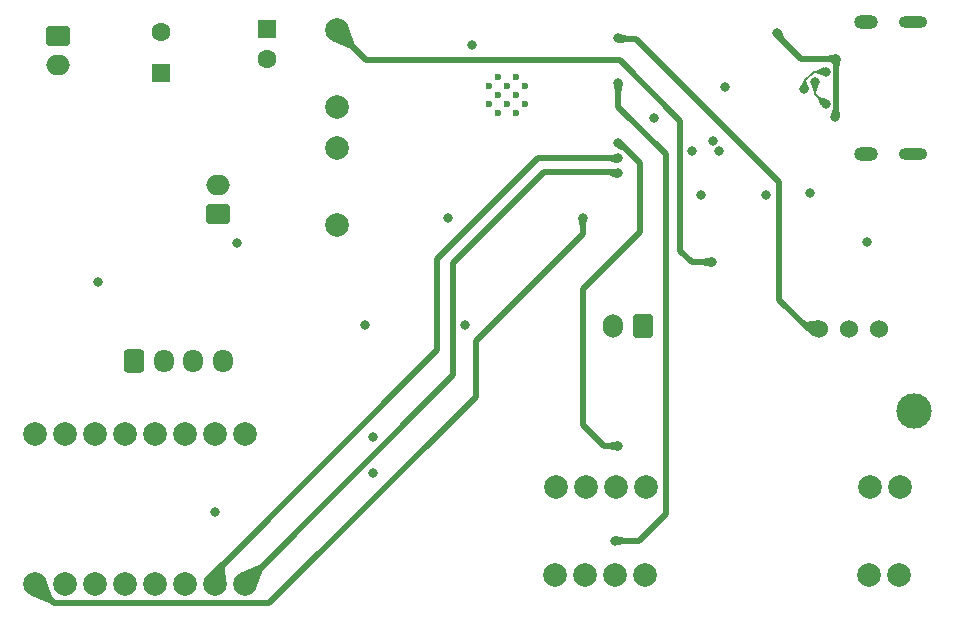
<source format=gbr>
%TF.GenerationSoftware,KiCad,Pcbnew,7.0.8-7.0.8~ubuntu22.04.1*%
%TF.CreationDate,2023-11-01T15:39:22+03:00*%
%TF.ProjectId,main-module,6d61696e-2d6d-46f6-9475-6c652e6b6963,rev?*%
%TF.SameCoordinates,Original*%
%TF.FileFunction,Copper,L2,Inr*%
%TF.FilePolarity,Positive*%
%FSLAX46Y46*%
G04 Gerber Fmt 4.6, Leading zero omitted, Abs format (unit mm)*
G04 Created by KiCad (PCBNEW 7.0.8-7.0.8~ubuntu22.04.1) date 2023-11-01 15:39:22*
%MOMM*%
%LPD*%
G01*
G04 APERTURE LIST*
G04 Aperture macros list*
%AMRoundRect*
0 Rectangle with rounded corners*
0 $1 Rounding radius*
0 $2 $3 $4 $5 $6 $7 $8 $9 X,Y pos of 4 corners*
0 Add a 4 corners polygon primitive as box body*
4,1,4,$2,$3,$4,$5,$6,$7,$8,$9,$2,$3,0*
0 Add four circle primitives for the rounded corners*
1,1,$1+$1,$2,$3*
1,1,$1+$1,$4,$5*
1,1,$1+$1,$6,$7*
1,1,$1+$1,$8,$9*
0 Add four rect primitives between the rounded corners*
20,1,$1+$1,$2,$3,$4,$5,0*
20,1,$1+$1,$4,$5,$6,$7,0*
20,1,$1+$1,$6,$7,$8,$9,0*
20,1,$1+$1,$8,$9,$2,$3,0*%
G04 Aperture macros list end*
%TA.AperFunction,ComponentPad*%
%ADD10C,2.000000*%
%TD*%
%TA.AperFunction,ComponentPad*%
%ADD11RoundRect,0.250000X-0.750000X0.600000X-0.750000X-0.600000X0.750000X-0.600000X0.750000X0.600000X0*%
%TD*%
%TA.AperFunction,ComponentPad*%
%ADD12O,2.000000X1.700000*%
%TD*%
%TA.AperFunction,ComponentPad*%
%ADD13C,1.524000*%
%TD*%
%TA.AperFunction,ComponentPad*%
%ADD14O,2.000000X1.200000*%
%TD*%
%TA.AperFunction,ComponentPad*%
%ADD15O,2.400000X1.000000*%
%TD*%
%TA.AperFunction,ComponentPad*%
%ADD16RoundRect,0.250000X-0.600000X-0.725000X0.600000X-0.725000X0.600000X0.725000X-0.600000X0.725000X0*%
%TD*%
%TA.AperFunction,ComponentPad*%
%ADD17O,1.700000X1.950000*%
%TD*%
%TA.AperFunction,ComponentPad*%
%ADD18R,1.600000X1.600000*%
%TD*%
%TA.AperFunction,ComponentPad*%
%ADD19C,1.600000*%
%TD*%
%TA.AperFunction,ComponentPad*%
%ADD20RoundRect,0.250000X0.750000X-0.600000X0.750000X0.600000X-0.750000X0.600000X-0.750000X-0.600000X0*%
%TD*%
%TA.AperFunction,ComponentPad*%
%ADD21C,3.000000*%
%TD*%
%TA.AperFunction,ComponentPad*%
%ADD22RoundRect,0.250000X0.600000X0.750000X-0.600000X0.750000X-0.600000X-0.750000X0.600000X-0.750000X0*%
%TD*%
%TA.AperFunction,ComponentPad*%
%ADD23O,1.700000X2.000000*%
%TD*%
%TA.AperFunction,HeatsinkPad*%
%ADD24C,0.600000*%
%TD*%
%TA.AperFunction,ViaPad*%
%ADD25C,0.800000*%
%TD*%
%TA.AperFunction,Conductor*%
%ADD26C,0.500000*%
%TD*%
%TA.AperFunction,Conductor*%
%ADD27C,0.200000*%
%TD*%
G04 APERTURE END LIST*
D10*
%TO.N,/M_ENABLE#*%
%TO.C,U13*%
X44560000Y-91675000D03*
%TO.N,GNDA*%
X47100000Y-91675000D03*
X49640000Y-91675000D03*
%TO.N,unconnected-(U13-PDN{slash}UART1-Pad4)*%
X52180000Y-91675000D03*
%TO.N,unconnected-(U13-PDN{slash}UART2-Pad5)*%
X54720000Y-91675000D03*
%TO.N,unconnected-(U13-EXTERNAL_CLK-Pad6)*%
X57260000Y-91675000D03*
%TO.N,/M_STEP*%
X59800000Y-91675000D03*
%TO.N,/M_DIR*%
X62340000Y-91675000D03*
%TO.N,VD*%
X44560000Y-78975000D03*
%TO.N,GNDPWR*%
X47100000Y-78975000D03*
%TO.N,Net-(J6-Pin_1)*%
X49640000Y-78975000D03*
%TO.N,Net-(J6-Pin_2)*%
X52180000Y-78975000D03*
%TO.N,Net-(J6-Pin_3)*%
X54720000Y-78975000D03*
%TO.N,Net-(J6-Pin_4)*%
X57260000Y-78975000D03*
%TO.N,+3V3*%
X59800000Y-78975000D03*
%TO.N,GNDPWR*%
X62340000Y-78975000D03*
%TD*%
D11*
%TO.N,GNDPWR*%
%TO.C,J1*%
X46560000Y-45250000D03*
D12*
%TO.N,/7.5V_BEFORE_FUSE*%
X46560000Y-47750000D03*
%TD*%
D13*
%TO.N,/FM_OUT_433*%
%TO.C,U7*%
X110995000Y-70100000D03*
%TO.N,+5V*%
X113535000Y-70100000D03*
%TO.N,GNDA*%
X116075000Y-70100000D03*
%TD*%
D14*
%TO.N,GNDA*%
%TO.C,J2*%
X114975000Y-55250000D03*
D15*
X118900000Y-55250000D03*
D14*
X114975000Y-44050000D03*
D15*
X118900000Y-44050000D03*
%TD*%
D16*
%TO.N,Net-(J6-Pin_1)*%
%TO.C,J6*%
X53000000Y-72800000D03*
D17*
%TO.N,Net-(J6-Pin_2)*%
X55500000Y-72800000D03*
%TO.N,Net-(J6-Pin_3)*%
X58000000Y-72800000D03*
%TO.N,Net-(J6-Pin_4)*%
X60500000Y-72800000D03*
%TD*%
D10*
%TO.N,GNDA*%
%TO.C,SW1*%
X70135000Y-51275000D03*
%TO.N,/ESP32_ENABLE*%
X70135000Y-44775000D03*
%TD*%
D18*
%TO.N,+3V3*%
%TO.C,C17*%
X64235000Y-44700000D03*
D19*
%TO.N,GNDA*%
X64235000Y-47200000D03*
%TD*%
D18*
%TO.N,/7.5V_BEFORE_FUSE*%
%TO.C,C4*%
X55235000Y-48400000D03*
D19*
%TO.N,GNDA*%
X55235000Y-44900000D03*
%TD*%
D20*
%TO.N,Net-(J3-Pin_1)*%
%TO.C,J3*%
X60110000Y-60350000D03*
D12*
%TO.N,Net-(J3-Pin_2)*%
X60110000Y-57850000D03*
%TD*%
D10*
%TO.N,unconnected-(U6-ANT-Pad1)*%
%TO.C,U6*%
X117800000Y-83500000D03*
%TO.N,GNDA*%
X115260000Y-83500000D03*
%TO.N,+5V*%
X96300000Y-83500000D03*
X93760000Y-83500000D03*
%TO.N,/FM_IN_5V_433*%
X91220000Y-83500000D03*
%TO.N,GNDA*%
X88680000Y-83500000D03*
%TD*%
%TO.N,/CHARGER_START_BUTTON*%
%TO.C,SW2*%
X70135000Y-54750000D03*
%TO.N,GNDA*%
X70135000Y-61250000D03*
%TD*%
D21*
%TO.N,GNDA*%
%TO.C,TP1*%
X119000000Y-77000000D03*
%TD*%
D10*
%TO.N,unconnected-(U10-ANT-Pad1)*%
%TO.C,U10*%
X117735000Y-90900000D03*
%TO.N,GNDA*%
X115195000Y-90900000D03*
%TO.N,+5V*%
X96235000Y-90900000D03*
X93695000Y-90900000D03*
%TO.N,/FM_IN_5V_315*%
X91155000Y-90900000D03*
%TO.N,GNDA*%
X88615000Y-90900000D03*
%TD*%
D22*
%TO.N,GNDA*%
%TO.C,J5*%
X96050000Y-69800000D03*
D23*
%TO.N,/LIMIT_SWITCH*%
X93550000Y-69800000D03*
%TD*%
D24*
%TO.N,GNDA*%
%TO.C,U8*%
X83037500Y-49512500D03*
X83037500Y-51037500D03*
X83800000Y-48750000D03*
X83800000Y-50275000D03*
X83800000Y-51800000D03*
X84562500Y-49512500D03*
X84562500Y-51037500D03*
X85325000Y-48750000D03*
X85325000Y-50275000D03*
X85325000Y-51800000D03*
X86087500Y-49512500D03*
X86087500Y-51037500D03*
%TD*%
D25*
%TO.N,GNDA*%
X110200000Y-58600000D03*
X73250000Y-82250000D03*
X81000000Y-69750000D03*
X103035000Y-49600000D03*
X72500000Y-69750000D03*
X79532500Y-60695000D03*
%TO.N,+3V3*%
X81600000Y-46000000D03*
X59875000Y-85575000D03*
%TO.N,+5V*%
X115000000Y-62750000D03*
X73250000Y-79250000D03*
%TO.N,/ESP32_ENABLE*%
X101900000Y-64400000D03*
%TO.N,VBUS*%
X112435000Y-47200000D03*
X112335000Y-52100000D03*
X107435000Y-45000000D03*
%TO.N,/D+*%
X111535000Y-48300000D03*
X109735000Y-49800000D03*
%TO.N,/D-*%
X111535000Y-51000000D03*
X110635000Y-49200000D03*
%TO.N,/VM_ENABLE*%
X61735000Y-62800000D03*
%TO.N,Net-(Q1-D)*%
X49935000Y-66100000D03*
%TO.N,Net-(Q3-B)*%
X106450000Y-58750000D03*
%TO.N,Net-(Q4-E)*%
X100950000Y-58750000D03*
%TO.N,/FM_IN_433*%
X94000000Y-80000000D03*
X93992500Y-54365000D03*
%TO.N,/FM_IN_315*%
X93992500Y-49285000D03*
X93735000Y-88000000D03*
%TO.N,/TXD_3V3*%
X101979378Y-54169163D03*
X97000000Y-52200000D03*
%TO.N,/RXD_3V3*%
X102535000Y-55000000D03*
X100250000Y-55000000D03*
%TO.N,/FM_OUT_433*%
X93992500Y-45475000D03*
%TO.N,/M_DIR*%
X93992500Y-56905000D03*
%TO.N,/M_STEP*%
X93992500Y-55635000D03*
%TO.N,/M_ENABLE#*%
X90962500Y-60695000D03*
%TD*%
D26*
%TO.N,/ESP32_ENABLE*%
X94100000Y-47300000D02*
X99250000Y-52450000D01*
X100200000Y-64400000D02*
X101900000Y-64400000D01*
X99250000Y-52450000D02*
X99250000Y-63450000D01*
X72600000Y-47300000D02*
X94100000Y-47300000D01*
X99250000Y-63450000D02*
X100200000Y-64400000D01*
X70135000Y-44835000D02*
X72600000Y-47300000D01*
%TO.N,VBUS*%
X109435000Y-47200000D02*
X107435000Y-45200000D01*
X112435000Y-47200000D02*
X109435000Y-47200000D01*
X112435000Y-47200000D02*
X112435000Y-52000000D01*
D27*
%TO.N,/D+*%
X109735000Y-49110050D02*
X109735000Y-49800000D01*
X110545050Y-48300000D02*
X109735000Y-49110050D01*
X111535000Y-48300000D02*
X110545050Y-48300000D01*
%TO.N,/D-*%
X111435000Y-51000000D02*
X110635000Y-50200000D01*
X110635000Y-50200000D02*
X110635000Y-49200000D01*
D26*
%TO.N,/FM_IN_433*%
X94165000Y-54365000D02*
X95800000Y-56000000D01*
X91000000Y-66700000D02*
X91000000Y-78200000D01*
X93992500Y-54365000D02*
X94165000Y-54365000D01*
X92800000Y-80000000D02*
X94000000Y-80000000D01*
X95800000Y-56000000D02*
X95800000Y-61900000D01*
X95800000Y-61900000D02*
X91000000Y-66700000D01*
X91000000Y-78200000D02*
X92800000Y-80000000D01*
%TO.N,/FM_IN_315*%
X93992500Y-49285000D02*
X93992500Y-51257500D01*
X98000000Y-85750000D02*
X95750000Y-88000000D01*
X98000000Y-55265000D02*
X98000000Y-85750000D01*
X93992500Y-51257500D02*
X98000000Y-55265000D01*
X95750000Y-88000000D02*
X93735000Y-88000000D01*
%TO.N,/FM_OUT_433*%
X107600000Y-57600000D02*
X107600000Y-67600000D01*
X107600000Y-67600000D02*
X110100000Y-70100000D01*
X110100000Y-70100000D02*
X110995000Y-70100000D01*
X95500000Y-45500000D02*
X107600000Y-57600000D01*
X93992500Y-45475000D02*
X94017500Y-45500000D01*
X94017500Y-45500000D02*
X95500000Y-45500000D01*
%TO.N,/M_DIR*%
X93887500Y-56800000D02*
X87700000Y-56800000D01*
X80000000Y-64500000D02*
X80000000Y-74015000D01*
X80000000Y-74015000D02*
X62340000Y-91675000D01*
X93992500Y-56905000D02*
X93887500Y-56800000D01*
X87700000Y-56800000D02*
X80000000Y-64500000D01*
%TO.N,/M_STEP*%
X78600000Y-64150000D02*
X78600000Y-71900000D01*
X78600000Y-71900000D02*
X59800000Y-90700000D01*
X87150000Y-55600000D02*
X78600000Y-64150000D01*
X93957500Y-55600000D02*
X87150000Y-55600000D01*
X93992500Y-55635000D02*
X93957500Y-55600000D01*
X59800000Y-90700000D02*
X59800000Y-91675000D01*
%TO.N,/M_ENABLE#*%
X64450000Y-93300000D02*
X46185000Y-93300000D01*
X81935000Y-71065000D02*
X81935000Y-75815000D01*
X81935000Y-75815000D02*
X64450000Y-93300000D01*
X90962500Y-60695000D02*
X90962500Y-62037500D01*
X90962500Y-62037500D02*
X81935000Y-71065000D01*
X46185000Y-93300000D02*
X44560000Y-91675000D01*
%TD*%
%TA.AperFunction,Conductor*%
%TO.N,/M_ENABLE#*%
G36*
X91348439Y-60694964D02*
G01*
X91356702Y-60698412D01*
X91360108Y-60706693D01*
X91359908Y-60708820D01*
X91214290Y-61485456D01*
X91209397Y-61492956D01*
X91202790Y-61495000D01*
X90722210Y-61495000D01*
X90713937Y-61491573D01*
X90710710Y-61485456D01*
X90565091Y-60708820D01*
X90566935Y-60700057D01*
X90574435Y-60695164D01*
X90576552Y-60694964D01*
X90962500Y-60694000D01*
X91348439Y-60694964D01*
G37*
%TD.AperFunction*%
%TD*%
%TA.AperFunction,Conductor*%
%TO.N,/FM_IN_315*%
G36*
X93748817Y-87602590D02*
G01*
X94525457Y-87748210D01*
X94532956Y-87753103D01*
X94535000Y-87759710D01*
X94535000Y-88240289D01*
X94531573Y-88248562D01*
X94525456Y-88251789D01*
X93748820Y-88397408D01*
X93740057Y-88395564D01*
X93735164Y-88388064D01*
X93734964Y-88385946D01*
X93734000Y-88000000D01*
X93734964Y-87614059D01*
X93738412Y-87605797D01*
X93746693Y-87602391D01*
X93748817Y-87602590D01*
G37*
%TD.AperFunction*%
%TD*%
%TA.AperFunction,Conductor*%
%TO.N,VBUS*%
G36*
X112429942Y-46804435D02*
G01*
X112434835Y-46811935D01*
X112435035Y-46814062D01*
X112436000Y-47200000D01*
X112435035Y-47585937D01*
X112431587Y-47594202D01*
X112423306Y-47597608D01*
X112421179Y-47597408D01*
X111644544Y-47451789D01*
X111637044Y-47446896D01*
X111635000Y-47440289D01*
X111635000Y-46959710D01*
X111638427Y-46951437D01*
X111644542Y-46948210D01*
X112421180Y-46802591D01*
X112429942Y-46804435D01*
G37*
%TD.AperFunction*%
%TD*%
%TA.AperFunction,Conductor*%
%TO.N,VBUS*%
G36*
X112682299Y-51323318D02*
G01*
X112685702Y-51330843D01*
X112734204Y-52087583D01*
X112731313Y-52096058D01*
X112723276Y-52100007D01*
X112722557Y-52100031D01*
X112337355Y-52100994D01*
X112332824Y-52100093D01*
X112234468Y-52059086D01*
X111975636Y-51951174D01*
X111969318Y-51944827D01*
X111969095Y-51936511D01*
X112182257Y-51327723D01*
X112188226Y-51321049D01*
X112193300Y-51319891D01*
X112674026Y-51319891D01*
X112682299Y-51323318D01*
G37*
%TD.AperFunction*%
%TD*%
%TA.AperFunction,Conductor*%
%TO.N,/ESP32_ENABLE*%
G36*
X101894942Y-64004435D02*
G01*
X101899835Y-64011935D01*
X101900035Y-64014062D01*
X101901000Y-64400000D01*
X101900035Y-64785937D01*
X101896587Y-64794202D01*
X101888306Y-64797608D01*
X101886179Y-64797408D01*
X101109544Y-64651789D01*
X101102044Y-64646896D01*
X101100000Y-64640289D01*
X101100000Y-64159710D01*
X101103427Y-64151437D01*
X101109542Y-64148210D01*
X101886180Y-64002591D01*
X101894942Y-64004435D01*
G37*
%TD.AperFunction*%
%TD*%
%TA.AperFunction,Conductor*%
%TO.N,/FM_IN_433*%
G36*
X93994942Y-79604435D02*
G01*
X93999835Y-79611935D01*
X94000035Y-79614062D01*
X94001000Y-80000000D01*
X94000035Y-80385937D01*
X93996587Y-80394202D01*
X93988306Y-80397608D01*
X93986179Y-80397408D01*
X93209544Y-80251789D01*
X93202044Y-80246896D01*
X93200000Y-80240289D01*
X93200000Y-79759710D01*
X93203427Y-79751437D01*
X93209542Y-79748210D01*
X93986180Y-79602591D01*
X93994942Y-79604435D01*
G37*
%TD.AperFunction*%
%TD*%
%TA.AperFunction,Conductor*%
%TO.N,/FM_IN_315*%
G36*
X94378439Y-49284964D02*
G01*
X94386702Y-49288412D01*
X94390108Y-49296693D01*
X94389908Y-49298820D01*
X94244290Y-50075456D01*
X94239397Y-50082956D01*
X94232790Y-50085000D01*
X93752210Y-50085000D01*
X93743937Y-50081573D01*
X93740710Y-50075456D01*
X93595091Y-49298820D01*
X93596935Y-49290057D01*
X93604435Y-49285164D01*
X93606552Y-49284964D01*
X93992500Y-49284000D01*
X94378439Y-49284964D01*
G37*
%TD.AperFunction*%
%TD*%
%TA.AperFunction,Conductor*%
%TO.N,/FM_OUT_433*%
G36*
X110990534Y-69341991D02*
G01*
X110994928Y-69349793D01*
X110995012Y-69351185D01*
X110995702Y-70095845D01*
X110992283Y-70104121D01*
X110992264Y-70104140D01*
X110463703Y-70631316D01*
X110455426Y-70634732D01*
X110447994Y-70632056D01*
X109488383Y-69840200D01*
X109484183Y-69832292D01*
X109486806Y-69823729D01*
X109487546Y-69822914D01*
X109829149Y-69481311D01*
X109836016Y-69477969D01*
X110981911Y-69339580D01*
X110990534Y-69341991D01*
G37*
%TD.AperFunction*%
%TD*%
%TA.AperFunction,Conductor*%
%TO.N,/M_DIR*%
G36*
X93988612Y-56508657D02*
G01*
X93992511Y-56516718D01*
X93992530Y-56517364D01*
X93993494Y-56902644D01*
X93992593Y-56907175D01*
X93843707Y-57264285D01*
X93837360Y-57270603D01*
X93828958Y-57270796D01*
X93221136Y-57052779D01*
X93214505Y-57046760D01*
X93213386Y-57041766D01*
X93213386Y-56561044D01*
X93216813Y-56552771D01*
X93224410Y-56549363D01*
X93980157Y-56505712D01*
X93988612Y-56508657D01*
G37*
%TD.AperFunction*%
%TD*%
%TA.AperFunction,Conductor*%
%TO.N,/FM_IN_433*%
G36*
X94283312Y-54090733D02*
G01*
X94283584Y-54091016D01*
X94796369Y-54642240D01*
X94799495Y-54650631D01*
X94796076Y-54658482D01*
X94456167Y-54998391D01*
X94447894Y-55001818D01*
X94443173Y-55000823D01*
X93849868Y-54739156D01*
X93843681Y-54732682D01*
X93843768Y-54724000D01*
X93990896Y-54366470D01*
X93993464Y-54362630D01*
X94266440Y-54091016D01*
X94266766Y-54090690D01*
X94275047Y-54087285D01*
X94283312Y-54090733D01*
G37*
%TD.AperFunction*%
%TD*%
%TA.AperFunction,Conductor*%
%TO.N,/ESP32_ENABLE*%
G36*
X71056744Y-44396907D02*
G01*
X71063071Y-44403245D01*
X71063180Y-44403519D01*
X71687300Y-46029376D01*
X71687066Y-46038328D01*
X71684650Y-46041842D01*
X71342110Y-46384382D01*
X71333837Y-46387809D01*
X71329158Y-46386833D01*
X69762832Y-45703467D01*
X69756620Y-45697018D01*
X69756696Y-45688278D01*
X70132438Y-44778782D01*
X70138764Y-44772446D01*
X70138767Y-44772444D01*
X71047791Y-44396898D01*
X71056744Y-44396907D01*
G37*
%TD.AperFunction*%
%TD*%
%TA.AperFunction,Conductor*%
%TO.N,/M_ENABLE#*%
G36*
X45482008Y-91296798D02*
G01*
X45488334Y-91303135D01*
X46148020Y-92905224D01*
X46148001Y-92914179D01*
X46145474Y-92917952D01*
X45802952Y-93260474D01*
X45794679Y-93263901D01*
X45790224Y-93263020D01*
X44943041Y-92914179D01*
X44188147Y-92603339D01*
X44181803Y-92597021D01*
X44181784Y-92588067D01*
X44557438Y-91678782D01*
X44563764Y-91672446D01*
X44563767Y-91672444D01*
X45473055Y-91296789D01*
X45482008Y-91296798D01*
G37*
%TD.AperFunction*%
%TD*%
%TA.AperFunction,Conductor*%
%TO.N,/D+*%
G36*
X111386428Y-47941244D02*
G01*
X111534123Y-48295498D01*
X111534144Y-48304452D01*
X111534123Y-48304502D01*
X111386428Y-48658755D01*
X111380081Y-48665073D01*
X111371129Y-48665053D01*
X110742200Y-48402999D01*
X110735881Y-48396654D01*
X110735000Y-48392199D01*
X110735000Y-48207800D01*
X110738427Y-48199527D01*
X110742200Y-48197000D01*
X111371131Y-47934945D01*
X111380084Y-47934927D01*
X111386428Y-47941244D01*
G37*
%TD.AperFunction*%
%TD*%
%TA.AperFunction,Conductor*%
%TO.N,/M_STEP*%
G36*
X93987833Y-55239139D02*
G01*
X93992412Y-55246835D01*
X93992533Y-55248485D01*
X93993494Y-55632644D01*
X93992593Y-55637175D01*
X93843268Y-55995337D01*
X93836921Y-56001655D01*
X93829722Y-56002208D01*
X93208415Y-55852162D01*
X93201178Y-55846889D01*
X93199462Y-55840789D01*
X93199462Y-55360125D01*
X93202889Y-55351852D01*
X93209480Y-55348547D01*
X93979154Y-55236935D01*
X93987833Y-55239139D01*
G37*
%TD.AperFunction*%
%TD*%
%TA.AperFunction,Conductor*%
%TO.N,/M_STEP*%
G36*
X60359168Y-89803251D02*
G01*
X60701606Y-90145689D01*
X60705010Y-90153233D01*
X60799224Y-91662579D01*
X60796319Y-91671050D01*
X60788276Y-91674985D01*
X60787555Y-91675008D01*
X59804150Y-91675703D01*
X59795875Y-91672282D01*
X59795861Y-91672268D01*
X59706509Y-91582737D01*
X59101444Y-90976461D01*
X59098026Y-90968186D01*
X59101461Y-90959917D01*
X59101722Y-90959664D01*
X60342920Y-89802964D01*
X60351307Y-89799831D01*
X60359168Y-89803251D01*
G37*
%TD.AperFunction*%
%TD*%
%TA.AperFunction,Conductor*%
%TO.N,/D-*%
G36*
X111006663Y-50425562D02*
G01*
X111675709Y-50626730D01*
X111682645Y-50632393D01*
X111683544Y-50641303D01*
X111683160Y-50642386D01*
X111537563Y-50996195D01*
X111531245Y-51002542D01*
X111531195Y-51002563D01*
X111175329Y-51149006D01*
X111166375Y-51148985D01*
X111160504Y-51143599D01*
X111086894Y-51002542D01*
X110862521Y-50572582D01*
X110861733Y-50563664D01*
X110864620Y-50558900D01*
X110995027Y-50428493D01*
X111003299Y-50425067D01*
X111006663Y-50425562D01*
G37*
%TD.AperFunction*%
%TD*%
%TA.AperFunction,Conductor*%
%TO.N,VBUS*%
G36*
X107802642Y-44851418D02*
G01*
X107808960Y-44857765D01*
X107808978Y-44857809D01*
X108054645Y-45461825D01*
X108054587Y-45470780D01*
X108052080Y-45474506D01*
X107712199Y-45814387D01*
X107703926Y-45817814D01*
X107695745Y-45814479D01*
X107160593Y-45291094D01*
X107157075Y-45282859D01*
X107160407Y-45274550D01*
X107432630Y-45000963D01*
X107436470Y-44998396D01*
X107793689Y-44851397D01*
X107802642Y-44851418D01*
G37*
%TD.AperFunction*%
%TD*%
%TA.AperFunction,Conductor*%
%TO.N,/D+*%
G36*
X109750488Y-48970562D02*
G01*
X109753126Y-48972543D01*
X109881852Y-49101269D01*
X109884418Y-49105138D01*
X110100181Y-49636170D01*
X110100121Y-49645124D01*
X110093830Y-49651379D01*
X109738789Y-49798839D01*
X109729834Y-49798848D01*
X109729799Y-49798833D01*
X109377475Y-49651941D01*
X109371157Y-49645594D01*
X109371178Y-49636640D01*
X109371717Y-49635518D01*
X109734601Y-48975179D01*
X109741587Y-48969581D01*
X109750488Y-48970562D01*
G37*
%TD.AperFunction*%
%TD*%
%TA.AperFunction,Conductor*%
%TO.N,VBUS*%
G36*
X112820939Y-47199964D02*
G01*
X112829202Y-47203412D01*
X112832608Y-47211693D01*
X112832408Y-47213820D01*
X112686790Y-47990456D01*
X112681897Y-47997956D01*
X112675290Y-48000000D01*
X112194710Y-48000000D01*
X112186437Y-47996573D01*
X112183210Y-47990456D01*
X112037591Y-47213820D01*
X112039435Y-47205057D01*
X112046935Y-47200164D01*
X112049052Y-47199964D01*
X112435000Y-47199000D01*
X112820939Y-47199964D01*
G37*
%TD.AperFunction*%
%TD*%
%TA.AperFunction,Conductor*%
%TO.N,/FM_OUT_433*%
G36*
X94778397Y-45247944D02*
G01*
X94785715Y-45253104D01*
X94787527Y-45259358D01*
X94787527Y-45739995D01*
X94784100Y-45748268D01*
X94777644Y-45751553D01*
X94005982Y-45872880D01*
X93997277Y-45870780D01*
X93992607Y-45863139D01*
X93992465Y-45861362D01*
X93991505Y-45477350D01*
X93992404Y-45472829D01*
X94141791Y-45114517D01*
X94148138Y-45108200D01*
X94155157Y-45107606D01*
X94778397Y-45247944D01*
G37*
%TD.AperFunction*%
%TD*%
%TA.AperFunction,Conductor*%
%TO.N,/D-*%
G36*
X110993755Y-49348571D02*
G01*
X111000073Y-49354918D01*
X111000053Y-49363870D01*
X110738000Y-49992800D01*
X110731655Y-49999119D01*
X110727200Y-50000000D01*
X110542800Y-50000000D01*
X110534527Y-49996573D01*
X110532000Y-49992800D01*
X110269945Y-49363868D01*
X110269927Y-49354915D01*
X110276242Y-49348572D01*
X110630500Y-49200875D01*
X110639449Y-49200855D01*
X110993755Y-49348571D01*
G37*
%TD.AperFunction*%
%TD*%
%TA.AperFunction,Conductor*%
%TO.N,/M_DIR*%
G36*
X63579179Y-90086998D02*
G01*
X63582952Y-90089525D01*
X63925474Y-90432047D01*
X63928901Y-90440320D01*
X63928020Y-90444775D01*
X63268340Y-92046851D01*
X63262021Y-92053196D01*
X63253066Y-92053215D01*
X63253054Y-92053210D01*
X62343784Y-91677562D01*
X62337446Y-91671235D01*
X62337437Y-91671215D01*
X61961789Y-90761945D01*
X61961798Y-90752991D01*
X61968134Y-90746665D01*
X63570226Y-90086979D01*
X63579179Y-90086998D01*
G37*
%TD.AperFunction*%
%TD*%
M02*

</source>
